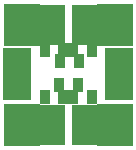
<source format=gts>
%TF.GenerationSoftware,KiCad,Pcbnew,4.0.4-stable*%
%TF.CreationDate,2017-03-14T02:34:00+02:00*%
%TF.ProjectId,ltc2990_sensor,6C7463323939305F73656E736F722E6B,rev?*%
%TF.FileFunction,Soldermask,Top*%
%FSLAX46Y46*%
G04 Gerber Fmt 4.6, Leading zero omitted, Abs format (unit mm)*
G04 Created by KiCad (PCBNEW 4.0.4-stable) date 03/14/17 02:34:00*
%MOMM*%
%LPD*%
G01*
G04 APERTURE LIST*
%ADD10C,0.100000*%
%ADD11R,3.100000X3.600000*%
%ADD12R,2.400000X4.400000*%
%ADD13R,3.400000X3.400000*%
%ADD14R,0.900000X1.250000*%
G04 APERTURE END LIST*
D10*
D11*
X161050000Y-112000000D03*
X168950000Y-112000000D03*
D12*
X169300000Y-116200000D03*
X160700000Y-116200000D03*
D11*
X168950000Y-120500000D03*
X161050000Y-120500000D03*
D13*
X167000000Y-120500000D03*
X163000000Y-120500000D03*
X163000000Y-112000000D03*
X167000000Y-112000000D03*
D14*
X165800000Y-117100000D03*
X164200000Y-117100000D03*
X164600000Y-114100000D03*
X163000000Y-114100000D03*
X163000000Y-118100000D03*
X164600000Y-118100000D03*
X167000000Y-118100000D03*
X165400000Y-118100000D03*
X165400000Y-114100000D03*
X167000000Y-114100000D03*
X165900000Y-115100000D03*
X164300000Y-115100000D03*
M02*

</source>
